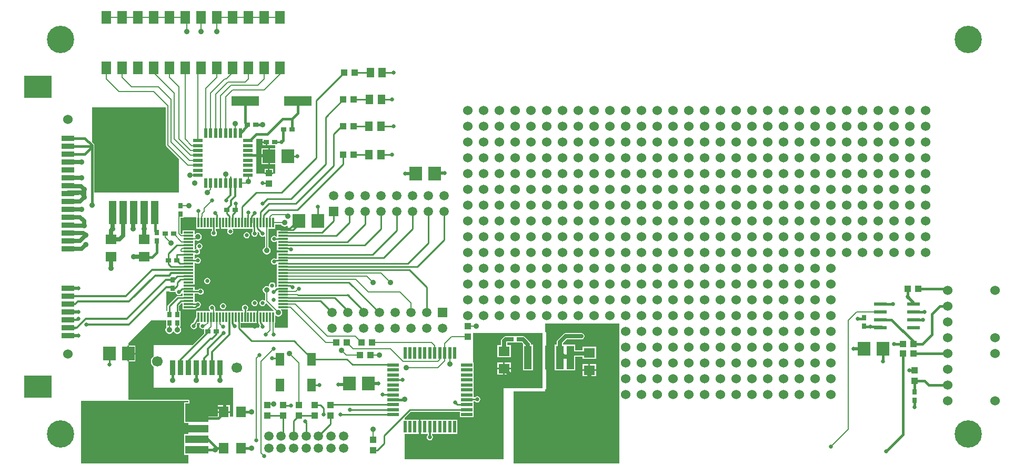
<source format=gtl>
%FSLAX24Y24*%
%MOIN*%
G70*
G01*
G75*
G04 Layer_Physical_Order=1*
G04 Layer_Color=255*
%ADD10R,0.0748X0.0197*%
%ADD11R,0.0197X0.0748*%
%ADD12R,0.0394X0.0433*%
%ADD13R,0.0600X0.0800*%
%ADD14R,0.1772X0.0591*%
%ADD15R,0.0354X0.0276*%
%ADD16R,0.3000X0.2900*%
%ADD17R,0.1500X0.0500*%
%ADD18R,0.0630X0.0709*%
%ADD19R,0.2900X0.3000*%
%ADD20R,0.0500X0.1500*%
%ADD21R,0.0709X0.0630*%
%ADD22R,0.0787X0.0866*%
%ADD23R,0.0276X0.0354*%
%ADD24R,0.0551X0.0787*%
%ADD25R,0.0197X0.0610*%
%ADD26R,0.0197X0.0610*%
%ADD27R,0.0610X0.0197*%
%ADD28R,0.0433X0.0394*%
%ADD29R,0.0512X0.0630*%
%ADD30R,0.0118X0.0630*%
%ADD31R,0.0630X0.0118*%
%ADD32R,0.0354X0.0945*%
%ADD33R,0.0807X0.0236*%
%ADD34R,0.0827X0.0354*%
%ADD35R,0.0827X0.0354*%
%ADD36R,0.1732X0.1441*%
%ADD37C,0.0100*%
%ADD38C,0.0080*%
%ADD39C,0.0200*%
%ADD40C,0.0160*%
%ADD41C,0.0120*%
%ADD42C,0.0250*%
%ADD43C,0.0150*%
%ADD44C,0.0591*%
%ADD45R,0.0591X0.0591*%
%ADD46C,0.0669*%
%ADD47C,0.0600*%
%ADD48C,0.1732*%
%ADD49C,0.1732*%
%ADD50C,0.0250*%
%ADD51C,0.0350*%
G36*
X28609Y45507D02*
X29600D01*
Y45375D01*
X29581Y45363D01*
X29538Y45298D01*
X29523Y45222D01*
X29538Y45146D01*
X29581Y45081D01*
X29646Y45038D01*
X29722Y45023D01*
X29798Y45038D01*
X29863Y45081D01*
X29906Y45146D01*
X29921Y45222D01*
X29906Y45298D01*
X29863Y45363D01*
X29844Y45375D01*
Y45507D01*
X30066D01*
Y45892D01*
X30166D01*
Y45507D01*
X30577D01*
X30601Y45463D01*
X30572Y45420D01*
X30557Y45344D01*
X30572Y45268D01*
X30615Y45204D01*
X30680Y45160D01*
X30756Y45145D01*
X30832Y45160D01*
X30896Y45204D01*
X30940Y45268D01*
X30955Y45344D01*
X30940Y45420D01*
X30896Y45485D01*
X30903Y45507D01*
X32159D01*
Y45340D01*
X32116Y45276D01*
X32101Y45200D01*
X32116Y45124D01*
X32159Y45059D01*
X32224Y45016D01*
X32300Y45001D01*
X32376Y45016D01*
X32441Y45059D01*
X32484Y45124D01*
X32499Y45200D01*
X32484Y45276D01*
X32528Y45299D01*
X32605Y45222D01*
X32601Y45200D01*
X32616Y45124D01*
X32659Y45059D01*
X32724Y45016D01*
X32800Y45001D01*
X32876Y45016D01*
X32912Y45040D01*
X32956Y45017D01*
Y44351D01*
X32892Y44308D01*
X32838Y44227D01*
X32819Y44131D01*
X32838Y44036D01*
X32892Y43955D01*
X32973Y43901D01*
X33068Y43882D01*
X33164Y43901D01*
X33245Y43955D01*
X33299Y44036D01*
X33318Y44131D01*
X33299Y44227D01*
X33245Y44308D01*
X33181Y44351D01*
Y45507D01*
X33591D01*
Y45780D01*
X33988D01*
X34031Y45715D01*
X34112Y45661D01*
X34208Y45642D01*
X34303Y45661D01*
X34356Y45696D01*
X34400Y45673D01*
Y45391D01*
X33707D01*
Y45133D01*
Y45039D01*
X33663Y45015D01*
X33608Y45052D01*
X33531Y45067D01*
X33455Y45052D01*
X33391Y45009D01*
X33348Y44945D01*
X33333Y44868D01*
X33348Y44792D01*
X33391Y44728D01*
X33455Y44685D01*
X33531Y44670D01*
X33608Y44685D01*
X33663Y44722D01*
X33707Y44698D01*
Y44543D01*
Y44346D01*
Y44149D01*
Y44131D01*
X34092D01*
Y44031D01*
X33707D01*
Y43952D01*
Y43755D01*
Y43620D01*
Y43613D01*
X33611D01*
X33608Y43615D01*
X33531Y43630D01*
X33455Y43615D01*
X33391Y43572D01*
X33348Y43508D01*
X33333Y43432D01*
X33348Y43355D01*
X33391Y43291D01*
X33455Y43248D01*
X33531Y43233D01*
X33608Y43248D01*
X33663Y43285D01*
X33707Y43261D01*
Y43165D01*
Y42968D01*
Y42771D01*
Y42574D01*
Y42377D01*
Y42180D01*
Y41984D01*
Y41839D01*
X33672Y41832D01*
X33642Y41812D01*
X33599Y41840D01*
X33615Y41916D01*
X33599Y41992D01*
X33556Y42056D01*
X33492Y42099D01*
X33416Y42115D01*
X33340Y42099D01*
X33275Y42056D01*
X33232Y41992D01*
X33217Y41916D01*
X33225Y41877D01*
X33183Y41850D01*
X33164Y41862D01*
X33068Y41881D01*
X32973Y41862D01*
X32892Y41808D01*
X32838Y41727D01*
X32819Y41631D01*
X32838Y41536D01*
X32892Y41455D01*
X32956Y41412D01*
Y40983D01*
X32912Y40960D01*
X32876Y40984D01*
X32800Y40999D01*
X32724Y40984D01*
X32659Y40941D01*
X32616Y40876D01*
X32601Y40800D01*
X32616Y40724D01*
X32659Y40659D01*
X32724Y40616D01*
X32800Y40601D01*
X32876Y40616D01*
X32941Y40659D01*
X32984Y40724D01*
X32996Y40783D01*
X33043Y40798D01*
X33502Y40339D01*
X33483Y40293D01*
X32528D01*
Y39908D01*
Y39523D01*
X32553D01*
X32562Y39478D01*
X32588Y39439D01*
X32630Y39397D01*
X32616Y39376D01*
X32601Y39300D01*
X32603Y39289D01*
X32572Y39250D01*
X31423D01*
X31419Y39254D01*
Y39523D01*
X32428D01*
Y39908D01*
Y40293D01*
X31832D01*
X31817Y40341D01*
X31831Y40350D01*
X31874Y40414D01*
X31889Y40491D01*
X31874Y40567D01*
X31831Y40631D01*
X31767Y40674D01*
X31691Y40689D01*
X31614Y40674D01*
X31550Y40631D01*
X31507Y40567D01*
X31492Y40491D01*
X31507Y40414D01*
X31550Y40350D01*
X31564Y40341D01*
X31549Y40293D01*
X29812D01*
Y40400D01*
X29804Y40443D01*
X29791Y40462D01*
X29799Y40500D01*
X29784Y40576D01*
X29741Y40641D01*
X29676Y40684D01*
X29600Y40699D01*
X29524Y40684D01*
X29459Y40641D01*
X29416Y40576D01*
X29401Y40500D01*
X29416Y40424D01*
X29459Y40359D01*
X29487Y40341D01*
X29473Y40293D01*
X28609D01*
Y39925D01*
X28411Y39541D01*
X28374Y39534D01*
X28309Y39491D01*
X28266Y39426D01*
X28251Y39350D01*
X28266Y39274D01*
X28309Y39209D01*
X28374Y39166D01*
X28450Y39151D01*
X28526Y39166D01*
X28591Y39209D01*
X28634Y39274D01*
X28649Y39350D01*
X28634Y39426D01*
X28630Y39432D01*
X28677Y39523D01*
X28828D01*
X28852Y39479D01*
X28816Y39426D01*
X28801Y39350D01*
X28816Y39274D01*
X28859Y39209D01*
X28924Y39166D01*
X29000Y39151D01*
X29058Y39163D01*
X29097Y39131D01*
Y38884D01*
X28363Y38150D01*
X25900D01*
Y37426D01*
X25843Y37382D01*
X25778Y37298D01*
X25737Y37199D01*
X25723Y37094D01*
X25737Y36988D01*
X25778Y36890D01*
X25843Y36805D01*
X25900Y36761D01*
Y35450D01*
X30950D01*
Y33600D01*
X30734D01*
Y33850D01*
X29964D01*
Y33600D01*
X27901D01*
Y33830D01*
X27901Y33830D01*
X27901Y33860D01*
X27901Y33860D01*
Y34429D01*
X28100D01*
X28127Y34434D01*
X28150Y34450D01*
X28166Y34473D01*
X28171Y34500D01*
Y34600D01*
X28166Y34627D01*
X28150Y34650D01*
X28127Y34666D01*
X28100Y34671D01*
X24300D01*
Y37097D01*
X24241D01*
Y37600D01*
Y38103D01*
X24300D01*
Y38250D01*
X25750Y39700D01*
X26692D01*
Y39297D01*
X26692D01*
X26692Y39230D01*
X26669Y39196D01*
X26650Y39100D01*
X26669Y39004D01*
X26723Y38923D01*
X26804Y38869D01*
X26900Y38850D01*
X26996Y38869D01*
X27077Y38923D01*
X27125Y38996D01*
X27175D01*
X27223Y38923D01*
X27304Y38869D01*
X27400Y38850D01*
X27496Y38869D01*
X27577Y38923D01*
X27631Y39004D01*
X27650Y39100D01*
X27631Y39196D01*
X27577Y39277D01*
X27583Y39297D01*
X27608D01*
Y39297D01*
Y39773D01*
Y39791D01*
D01*
Y39791D01*
X27608Y39791D01*
Y39791D01*
D01*
Y39793D01*
Y39797D01*
Y39801D01*
X27608Y39809D01*
D01*
Y39809D01*
X27608D01*
Y39827D01*
Y40303D01*
X27522D01*
Y40649D01*
X27677Y40804D01*
X27723Y40785D01*
Y40606D01*
Y40409D01*
X28493D01*
Y40415D01*
X28538D01*
X28585Y40425D01*
X28624Y40451D01*
X28678Y40505D01*
X28700Y40501D01*
X28776Y40516D01*
X28841Y40559D01*
X28884Y40624D01*
X28899Y40700D01*
X28884Y40776D01*
X28841Y40841D01*
X28776Y40884D01*
X28700Y40899D01*
X28624Y40884D01*
X28584Y40857D01*
X28493D01*
Y40864D01*
Y40999D01*
Y41196D01*
Y41393D01*
Y41400D01*
X28725D01*
X28737Y41381D01*
X28802Y41338D01*
X28878Y41323D01*
X28954Y41338D01*
X29019Y41381D01*
X29062Y41446D01*
X29077Y41522D01*
X29062Y41598D01*
X29019Y41663D01*
X28954Y41706D01*
X28878Y41721D01*
X28802Y41706D01*
X28737Y41663D01*
X28725Y41644D01*
X28493D01*
Y41651D01*
Y41787D01*
Y41866D01*
X28108D01*
Y41966D01*
X28493D01*
Y41984D01*
Y42180D01*
Y42377D01*
Y42574D01*
Y42771D01*
Y42968D01*
Y43165D01*
Y43349D01*
X28541Y43364D01*
X28550Y43350D01*
X28614Y43307D01*
X28691Y43292D01*
X28767Y43307D01*
X28831Y43350D01*
X28874Y43414D01*
X28889Y43491D01*
X28874Y43567D01*
X28831Y43631D01*
X28767Y43674D01*
X28691Y43689D01*
X28614Y43674D01*
X28550Y43631D01*
X28541Y43617D01*
X28493Y43632D01*
Y43755D01*
Y43869D01*
X28537Y43893D01*
X28568Y43872D01*
X28644Y43857D01*
X28720Y43872D01*
X28785Y43915D01*
X28828Y43980D01*
X28843Y44056D01*
X28828Y44132D01*
X28796Y44180D01*
X28800Y44201D01*
X28876Y44216D01*
D01*
X28876D01*
X28876Y44216D01*
X28941Y44259D01*
X28984Y44324D01*
X28999Y44400D01*
X28984Y44476D01*
X28941Y44541D01*
X28876Y44584D01*
X28800Y44599D01*
X28724Y44584D01*
X28659Y44541D01*
X28616Y44476D01*
X28601Y44400D01*
X28616Y44324D01*
X28635Y44295D01*
X28616Y44249D01*
X28568Y44240D01*
X28537Y44219D01*
X28493Y44242D01*
Y44346D01*
Y44543D01*
Y44739D01*
Y44756D01*
X28568D01*
X28569Y44756D01*
X28611Y44765D01*
X28615Y44767D01*
X28700Y44750D01*
X28796Y44769D01*
X28877Y44823D01*
X28931Y44904D01*
X28950Y45000D01*
X28931Y45096D01*
X28877Y45177D01*
X28796Y45231D01*
X28700Y45250D01*
X28604Y45231D01*
X28537Y45186D01*
X28493Y45209D01*
Y45391D01*
X27723D01*
Y45201D01*
X27677Y45182D01*
X27612Y45246D01*
Y46197D01*
X27808D01*
Y46250D01*
X28609D01*
Y45507D01*
D02*
G37*
G36*
X26688Y50800D02*
X26688Y50800D01*
X26696Y50757D01*
X26721Y50721D01*
X27500Y49941D01*
Y47800D01*
X22153D01*
Y50800D01*
X22141Y50859D01*
X22108Y50908D01*
X22000Y51016D01*
Y53200D01*
X26688D01*
Y50800D01*
D02*
G37*
G36*
X50550Y35400D02*
X48058D01*
Y30900D01*
X41800D01*
Y32513D01*
X42720D01*
Y32957D01*
Y33401D01*
X41800D01*
Y33527D01*
X42191Y33918D01*
X45299D01*
Y33872D01*
Y33557D01*
X46187D01*
Y33872D01*
Y34187D01*
Y34502D01*
Y34578D01*
X46247D01*
X46259Y34559D01*
X46324Y34516D01*
X46400Y34501D01*
X46476Y34516D01*
X46541Y34559D01*
X46584Y34624D01*
X46599Y34700D01*
X46584Y34776D01*
X46541Y34841D01*
X46476Y34884D01*
X46400Y34899D01*
X46324Y34884D01*
X46259Y34841D01*
X46247Y34822D01*
X46187D01*
Y34839D01*
Y35132D01*
Y35447D01*
Y35761D01*
Y36076D01*
Y36391D01*
Y36706D01*
Y37043D01*
X46148D01*
Y38900D01*
X50550D01*
Y35400D01*
D02*
G37*
G36*
X34400Y39250D02*
X33574D01*
Y39523D01*
X33591D01*
Y39992D01*
X33635Y40015D01*
X33704Y39969D01*
X33800Y39950D01*
X33896Y39969D01*
X33977Y40023D01*
X34031Y40104D01*
X34050Y40200D01*
X34031Y40296D01*
X33977Y40377D01*
X33986Y40409D01*
X34400D01*
Y39250D01*
D02*
G37*
G36*
X26892Y41497D02*
X27302D01*
X27316Y41424D01*
X27359Y41359D01*
X27424Y41316D01*
X27500Y41301D01*
X27576Y41316D01*
X27641Y41359D01*
X27675Y41411D01*
X27723Y41396D01*
Y41393D01*
Y41257D01*
Y41251D01*
X27428D01*
X27382Y41241D01*
X27342Y41215D01*
X26813Y40687D01*
X26787Y40647D01*
X26778Y40600D01*
Y40303D01*
X26700D01*
Y41522D01*
X26892D01*
Y41497D01*
D02*
G37*
G36*
X32797Y51050D02*
X33044D01*
Y51000D01*
X33094D01*
Y50792D01*
X33291D01*
Y50792D01*
X33291D01*
X33291Y50792D01*
X33309D01*
Y50792D01*
X33600D01*
Y50603D01*
X33259D01*
Y50100D01*
Y49597D01*
X33600D01*
Y49000D01*
X33467D01*
Y48985D01*
X32933D01*
Y49000D01*
X32400D01*
Y51200D01*
X32797D01*
Y51050D01*
D02*
G37*
G36*
X28100Y34500D02*
X27830D01*
Y33860D01*
X27830Y33860D01*
X27830Y33830D01*
X27830D01*
Y33190D01*
X28100D01*
Y32490D01*
X27830D01*
Y31850D01*
X27830Y31850D01*
X27830Y31820D01*
X27830D01*
Y31180D01*
X28100D01*
Y30622D01*
X21300D01*
Y34600D01*
X28100D01*
Y34500D01*
D02*
G37*
G36*
X55400Y38500D02*
Y30622D01*
X48700D01*
Y35200D01*
X50700D01*
Y35329D01*
X50727Y35334D01*
X50750Y35350D01*
X50766Y35373D01*
X50771Y35400D01*
Y36530D01*
X50766Y36557D01*
X50750Y36580D01*
X50727Y36596D01*
X50711Y36599D01*
Y38101D01*
X50727Y38104D01*
X50750Y38120D01*
X50766Y38143D01*
X50771Y38170D01*
Y38900D01*
X50766Y38927D01*
X50750Y38950D01*
X50727Y38966D01*
X50700Y38971D01*
Y39500D01*
X55400D01*
Y38500D01*
D02*
G37*
%LPC*%
G36*
X48524Y36599D02*
X48150D01*
Y36264D01*
X48524D01*
Y36599D01*
D02*
G37*
G36*
X48050Y37034D02*
X47676D01*
Y36699D01*
X48050D01*
Y37034D01*
D02*
G37*
G36*
X53924Y36934D02*
X53550D01*
Y36599D01*
X53924D01*
Y36934D01*
D02*
G37*
G36*
X53450D02*
X53076D01*
Y36599D01*
X53450D01*
Y36934D01*
D02*
G37*
G36*
X45143Y33401D02*
X42820D01*
Y32957D01*
Y32513D01*
X43267D01*
Y32446D01*
X43259Y32441D01*
X43216Y32376D01*
X43201Y32300D01*
X43216Y32224D01*
X43259Y32159D01*
X43324Y32116D01*
X43400Y32101D01*
X43476Y32116D01*
X43541Y32159D01*
X43584Y32224D01*
X43599Y32300D01*
X43584Y32376D01*
X43541Y32441D01*
X43533Y32446D01*
Y32513D01*
X45143D01*
Y33401D01*
D02*
G37*
G36*
X30299Y34324D02*
X29964D01*
Y33950D01*
X30299D01*
Y34324D01*
D02*
G37*
G36*
X30734D02*
X30399D01*
Y33950D01*
X30734D01*
Y34324D01*
D02*
G37*
G36*
X53450Y36499D02*
X53076D01*
Y36164D01*
X53450D01*
Y36499D01*
D02*
G37*
G36*
X48050Y36599D02*
X47676D01*
Y36264D01*
X48050D01*
Y36599D01*
D02*
G37*
G36*
X53924Y36499D02*
X53550D01*
Y36164D01*
X53924D01*
Y36499D01*
D02*
G37*
G36*
X48524Y37034D02*
X48150D01*
Y36699D01*
X48524D01*
Y37034D01*
D02*
G37*
G36*
X33467Y49321D02*
X33250D01*
Y49085D01*
X33467D01*
Y49321D01*
D02*
G37*
G36*
X33150D02*
X32933D01*
Y49085D01*
X33150D01*
Y49321D01*
D02*
G37*
G36*
X31800Y45299D02*
X31724Y45284D01*
X31659Y45241D01*
X31616Y45176D01*
X31601Y45100D01*
X31616Y45024D01*
X31659Y44959D01*
X31724Y44916D01*
X31800Y44901D01*
X31876Y44916D01*
X31941Y44959D01*
X31984Y45024D01*
X31999Y45100D01*
X31984Y45176D01*
X31941Y45241D01*
X31876Y45284D01*
X31800Y45299D01*
D02*
G37*
G36*
X32994Y50950D02*
X32797D01*
Y50792D01*
X32994D01*
Y50950D01*
D02*
G37*
G36*
X33159Y50603D02*
X32746D01*
Y50150D01*
X33159D01*
Y50603D01*
D02*
G37*
G36*
Y50050D02*
X32746D01*
Y49597D01*
X33159D01*
Y50050D01*
D02*
G37*
G36*
X29300Y42399D02*
X29224Y42384D01*
X29159Y42341D01*
X29116Y42276D01*
X29101Y42200D01*
X29116Y42124D01*
X29159Y42059D01*
X29224Y42016D01*
X29300Y42001D01*
X29376Y42016D01*
X29441Y42059D01*
X29484Y42124D01*
X29499Y42200D01*
X29484Y42276D01*
X29441Y42341D01*
X29376Y42384D01*
X29300Y42399D01*
D02*
G37*
G36*
X24754Y38103D02*
X24341D01*
Y37650D01*
X24754D01*
Y38103D01*
D02*
G37*
G36*
X53000Y38899D02*
X52000D01*
X51924Y38884D01*
X51859Y38841D01*
X51489Y38471D01*
X51446Y38406D01*
X51431Y38330D01*
Y38170D01*
X51310D01*
Y36530D01*
X51950D01*
Y36530D01*
X51980D01*
X51985Y36530D01*
Y36530D01*
X51985D01*
D01*
D01*
X51985Y36530D01*
D01*
X52620D01*
Y37401D01*
X53076D01*
Y37266D01*
X53924D01*
Y38036D01*
X53076D01*
Y37799D01*
X52620D01*
Y38170D01*
X51985D01*
X51985Y38170D01*
D01*
D01*
X51985Y38170D01*
D01*
X51980Y38170D01*
X51965D01*
X51950D01*
X51945Y38170D01*
Y38170D01*
Y38170D01*
D01*
D01*
D01*
X51829D01*
Y38248D01*
X52082Y38501D01*
X53000D01*
X53076Y38516D01*
X53141Y38559D01*
X53184Y38624D01*
X53199Y38700D01*
X53184Y38776D01*
X53141Y38841D01*
X53076Y38884D01*
X53000Y38899D01*
D02*
G37*
G36*
X24754Y37550D02*
X24341D01*
Y37097D01*
X24754D01*
Y37550D01*
D02*
G37*
G36*
X32300Y40999D02*
X32224Y40984D01*
X32159Y40941D01*
X32116Y40876D01*
X32101Y40800D01*
X32116Y40724D01*
X32159Y40659D01*
X32224Y40616D01*
X32300Y40601D01*
X32376Y40616D01*
X32441Y40659D01*
X32484Y40724D01*
X32499Y40800D01*
X32484Y40876D01*
X32441Y40941D01*
X32376Y40984D01*
X32300Y40999D01*
D02*
G37*
G36*
X30300Y40799D02*
X30224Y40784D01*
X30159Y40741D01*
X30116Y40676D01*
X30101Y40600D01*
X30116Y40524D01*
X30159Y40459D01*
X30224Y40416D01*
X30300Y40401D01*
X30376Y40416D01*
X30441Y40459D01*
X30484Y40524D01*
X30499Y40600D01*
X30484Y40676D01*
X30441Y40741D01*
X30376Y40784D01*
X30300Y40799D01*
D02*
G37*
G36*
X48827Y38708D02*
X48827Y38708D01*
D01*
X48809Y38708D01*
X48800D01*
X48791D01*
X48773Y38708D01*
Y38708D01*
Y38708D01*
D01*
D01*
D01*
X48297D01*
Y38699D01*
X48200D01*
X48124Y38684D01*
X48059Y38641D01*
X48019Y38581D01*
X47959Y38541D01*
X47916Y38476D01*
X47901Y38400D01*
Y38136D01*
X47676D01*
Y37366D01*
X48524D01*
Y38136D01*
X48299D01*
Y38292D01*
X48791D01*
D01*
X48791Y38292D01*
X48791Y38292D01*
Y38292D01*
X48791D01*
X48809D01*
X48827Y38292D01*
Y38292D01*
X48827D01*
D01*
D01*
X48827Y38292D01*
D01*
X49227D01*
X49314Y38205D01*
X49300Y38170D01*
X49300D01*
Y36530D01*
X49940D01*
Y38170D01*
X49819D01*
Y38180D01*
X49804Y38256D01*
X49761Y38321D01*
X49441Y38641D01*
X49376Y38684D01*
X49303Y38698D01*
Y38708D01*
X48827D01*
X48827Y38708D01*
D01*
D01*
D02*
G37*
%LPD*%
D10*
X41057Y36875D02*
D03*
Y36560D02*
D03*
Y36245D02*
D03*
Y35930D02*
D03*
Y35615D02*
D03*
Y35300D02*
D03*
Y34985D02*
D03*
Y34670D02*
D03*
Y34355D02*
D03*
Y34040D02*
D03*
Y33725D02*
D03*
X45743Y36875D02*
D03*
Y36560D02*
D03*
Y36245D02*
D03*
Y35930D02*
D03*
Y35615D02*
D03*
Y35300D02*
D03*
Y34985D02*
D03*
Y34670D02*
D03*
Y34355D02*
D03*
Y34040D02*
D03*
Y33725D02*
D03*
D11*
X41825Y32957D02*
D03*
X42140D02*
D03*
X42455D02*
D03*
X42770D02*
D03*
X43085D02*
D03*
X43400D02*
D03*
X43715D02*
D03*
X44030D02*
D03*
X44345D02*
D03*
X44660D02*
D03*
X44975D02*
D03*
X41825Y37643D02*
D03*
X42140D02*
D03*
X42455D02*
D03*
X42770D02*
D03*
X43085D02*
D03*
X43400D02*
D03*
X43715D02*
D03*
X44030D02*
D03*
X44345D02*
D03*
X44660D02*
D03*
X44975D02*
D03*
D12*
X39800Y31465D02*
D03*
Y32135D02*
D03*
X36100Y34335D02*
D03*
Y33665D02*
D03*
X35100Y33665D02*
D03*
Y34335D02*
D03*
X33200Y48365D02*
D03*
Y49035D02*
D03*
X33100Y34335D02*
D03*
Y33665D02*
D03*
X34100Y34335D02*
D03*
Y33665D02*
D03*
X37100Y34335D02*
D03*
Y33665D02*
D03*
X45800Y38665D02*
D03*
Y39335D02*
D03*
X74100Y36535D02*
D03*
Y35865D02*
D03*
D13*
X33900Y58900D02*
D03*
X32900D02*
D03*
X31900D02*
D03*
X30900D02*
D03*
X29900D02*
D03*
X28900D02*
D03*
X27900D02*
D03*
X26900D02*
D03*
X25900D02*
D03*
X24900D02*
D03*
X23900D02*
D03*
X22900D02*
D03*
Y55700D02*
D03*
X23900D02*
D03*
X24900D02*
D03*
X25900D02*
D03*
X26900D02*
D03*
X27900D02*
D03*
X28900D02*
D03*
X29900D02*
D03*
X30900D02*
D03*
X31900D02*
D03*
X32900D02*
D03*
X33900D02*
D03*
D14*
X35046Y53600D02*
D03*
X31700D02*
D03*
D15*
X34656Y51800D02*
D03*
X34144D02*
D03*
X32356Y52100D02*
D03*
X31844D02*
D03*
X49056Y38500D02*
D03*
X48544D02*
D03*
X33556Y51000D02*
D03*
X33044D02*
D03*
X31056Y46700D02*
D03*
X30544D02*
D03*
X27156Y45200D02*
D03*
X26644D02*
D03*
X26844Y43500D02*
D03*
X27356D02*
D03*
X29344Y39000D02*
D03*
X29856D02*
D03*
D16*
X23800Y32750D02*
D03*
D17*
X28650Y34180D02*
D03*
Y33510D02*
D03*
Y32840D02*
D03*
Y32170D02*
D03*
Y31500D02*
D03*
D18*
X30349Y33900D02*
D03*
X31451D02*
D03*
X30349Y31600D02*
D03*
X31451D02*
D03*
D19*
X51050Y32500D02*
D03*
X24550Y51400D02*
D03*
D20*
X49620Y37350D02*
D03*
X50290D02*
D03*
X50960D02*
D03*
X51630D02*
D03*
X52300D02*
D03*
X25980Y46550D02*
D03*
X25310D02*
D03*
X24640D02*
D03*
X23970D02*
D03*
X23300D02*
D03*
D21*
X48100Y36649D02*
D03*
Y37751D02*
D03*
X53500Y37651D02*
D03*
Y36549D02*
D03*
X25300Y44851D02*
D03*
Y43749D02*
D03*
X23200Y44851D02*
D03*
Y43749D02*
D03*
D22*
X34391Y50100D02*
D03*
X33209D02*
D03*
X23109Y37600D02*
D03*
X24291D02*
D03*
X36291Y46000D02*
D03*
X35109D02*
D03*
X43691Y49000D02*
D03*
X42509D02*
D03*
X39491Y35700D02*
D03*
X38309D02*
D03*
X72091Y37900D02*
D03*
X70909D02*
D03*
D23*
X26100Y45256D02*
D03*
Y44744D02*
D03*
X27600Y46956D02*
D03*
Y46444D02*
D03*
X27100Y42256D02*
D03*
Y41744D02*
D03*
X27400Y39544D02*
D03*
Y40056D02*
D03*
X26900Y40056D02*
D03*
Y39544D02*
D03*
X70900Y39856D02*
D03*
Y39344D02*
D03*
X74100Y35156D02*
D03*
Y34644D02*
D03*
D24*
X33900Y37254D02*
D03*
X35900D02*
D03*
Y35600D02*
D03*
X33900D02*
D03*
D25*
X31402Y51585D02*
D03*
X31087D02*
D03*
X30772D02*
D03*
X30457D02*
D03*
X30143D02*
D03*
X29828D02*
D03*
X29513D02*
D03*
X31402Y48415D02*
D03*
X31087D02*
D03*
X30772D02*
D03*
X30457D02*
D03*
X30143D02*
D03*
X29828D02*
D03*
X29513D02*
D03*
X29198D02*
D03*
D26*
X29198Y51585D02*
D03*
D27*
X31885Y48898D02*
D03*
Y49213D02*
D03*
Y49528D02*
D03*
Y49843D02*
D03*
Y50157D02*
D03*
Y50472D02*
D03*
Y50787D02*
D03*
Y51102D02*
D03*
X28715Y48898D02*
D03*
Y49213D02*
D03*
Y49528D02*
D03*
Y49843D02*
D03*
Y50157D02*
D03*
Y50472D02*
D03*
Y50787D02*
D03*
Y51102D02*
D03*
D28*
X37965Y55400D02*
D03*
X38635D02*
D03*
X37891Y50200D02*
D03*
X38561D02*
D03*
X37891Y52000D02*
D03*
X38561D02*
D03*
X37917Y53700D02*
D03*
X38587D02*
D03*
X39065Y38300D02*
D03*
X39735D02*
D03*
X37465D02*
D03*
X38135D02*
D03*
X38965Y37500D02*
D03*
X39635D02*
D03*
X74335Y41700D02*
D03*
X73665D02*
D03*
X74035Y38200D02*
D03*
X73365D02*
D03*
X73365Y37600D02*
D03*
X74035D02*
D03*
D29*
X39626Y55400D02*
D03*
X40374D02*
D03*
X39552Y50200D02*
D03*
X40300D02*
D03*
X39552Y52000D02*
D03*
X40300D02*
D03*
X39578Y53700D02*
D03*
X40326D02*
D03*
D30*
X33462Y45892D02*
D03*
X33265D02*
D03*
X33068D02*
D03*
X32872D02*
D03*
X32675D02*
D03*
X32478D02*
D03*
X32281D02*
D03*
X32084D02*
D03*
X31887D02*
D03*
X31691D02*
D03*
X31494D02*
D03*
X31297D02*
D03*
X31100D02*
D03*
X30903D02*
D03*
X30706D02*
D03*
X30509D02*
D03*
X30313D02*
D03*
X30116D02*
D03*
X29919D02*
D03*
X29722D02*
D03*
X29525D02*
D03*
X29328D02*
D03*
X29132D02*
D03*
X28935D02*
D03*
X28738D02*
D03*
X33462Y39908D02*
D03*
X33265D02*
D03*
X33068D02*
D03*
X32872D02*
D03*
X32675D02*
D03*
X32478D02*
D03*
X32281D02*
D03*
X32084D02*
D03*
X31887D02*
D03*
X31691D02*
D03*
X31494D02*
D03*
X31297D02*
D03*
X31100D02*
D03*
X30903D02*
D03*
X30706D02*
D03*
X30509D02*
D03*
X30313D02*
D03*
X30116D02*
D03*
X29919D02*
D03*
X29722D02*
D03*
X29525D02*
D03*
X29328D02*
D03*
X29132D02*
D03*
X28935D02*
D03*
X28738D02*
D03*
D31*
X34092Y40538D02*
D03*
Y40735D02*
D03*
Y40932D02*
D03*
Y41128D02*
D03*
Y41325D02*
D03*
Y41522D02*
D03*
Y41719D02*
D03*
Y41916D02*
D03*
Y42113D02*
D03*
Y42309D02*
D03*
Y42506D02*
D03*
Y42703D02*
D03*
Y42900D02*
D03*
Y43097D02*
D03*
Y43294D02*
D03*
Y43491D02*
D03*
Y43687D02*
D03*
Y43884D02*
D03*
Y44081D02*
D03*
Y44278D02*
D03*
Y44475D02*
D03*
Y44672D02*
D03*
Y44868D02*
D03*
Y45065D02*
D03*
Y45262D02*
D03*
X28108Y40538D02*
D03*
Y40735D02*
D03*
Y40932D02*
D03*
Y41128D02*
D03*
Y41325D02*
D03*
Y41522D02*
D03*
Y41719D02*
D03*
Y41916D02*
D03*
Y42113D02*
D03*
Y42309D02*
D03*
Y42506D02*
D03*
Y42703D02*
D03*
Y42900D02*
D03*
Y43097D02*
D03*
Y43294D02*
D03*
Y43491D02*
D03*
Y43687D02*
D03*
Y43884D02*
D03*
Y44081D02*
D03*
Y44278D02*
D03*
Y44475D02*
D03*
Y44672D02*
D03*
Y44868D02*
D03*
Y45065D02*
D03*
Y45262D02*
D03*
D32*
X30100Y36700D02*
D03*
X29600D02*
D03*
X29100D02*
D03*
X28600D02*
D03*
X28100D02*
D03*
X27600D02*
D03*
X27100D02*
D03*
D33*
X74053Y39250D02*
D03*
Y39750D02*
D03*
Y40250D02*
D03*
Y40750D02*
D03*
X71947Y39250D02*
D03*
Y39750D02*
D03*
Y40250D02*
D03*
Y40750D02*
D03*
D34*
X20472Y44250D02*
D03*
Y44750D02*
D03*
Y45250D02*
D03*
Y45750D02*
D03*
Y46250D02*
D03*
Y46750D02*
D03*
Y47250D02*
D03*
Y47750D02*
D03*
Y48250D02*
D03*
Y48750D02*
D03*
Y49250D02*
D03*
Y49750D02*
D03*
Y50250D02*
D03*
Y50750D02*
D03*
Y51250D02*
D03*
D35*
Y41750D02*
D03*
Y41250D02*
D03*
Y40750D02*
D03*
Y40250D02*
D03*
Y39750D02*
D03*
Y39250D02*
D03*
Y38750D02*
D03*
D36*
X18583Y54508D02*
D03*
Y35492D02*
D03*
D37*
X35050Y41300D02*
X38283D01*
X38175Y41325D02*
X39200Y40300D01*
X28300Y44081D02*
X28619D01*
X23109Y36891D02*
Y37600D01*
X36291Y46000D02*
Y46891D01*
X34750Y45450D02*
X34950Y45650D01*
X33950Y45450D02*
X34750D01*
X35000Y46000D02*
X35150D01*
X33900Y45550D02*
X34550D01*
X35000Y46000D01*
X37891Y49591D02*
Y50200D01*
X33200Y46700D02*
X35000D01*
X37891Y49591D01*
X31100Y48415D02*
Y48700D01*
X30772Y48415D02*
Y48815D01*
X31100Y46700D02*
Y47100D01*
X27100Y41744D02*
X27244D01*
X27100Y42256D02*
X27156D01*
X35562Y32387D02*
Y33238D01*
X35500Y33300D02*
X35562Y33238D01*
X45000Y34500D02*
X45145Y34355D01*
X45743D01*
X45700Y34700D02*
X46400D01*
X41057Y35930D02*
X41670D01*
X41043Y35000D02*
X41057Y34985D01*
X40400Y35000D02*
X41043D01*
X33400Y37300D02*
X33900D01*
X33600Y51000D02*
X34000D01*
X32800Y48400D02*
X33200D01*
X34391Y50100D02*
X35000D01*
X40300Y50200D02*
X41000D01*
X40300Y52000D02*
X41100D01*
X40326Y53700D02*
X41000D01*
X40374Y55400D02*
X41100D01*
X36800Y52583D02*
X37917Y53700D01*
X36800Y49600D02*
Y52583D01*
X34600Y47400D02*
X36800Y49600D01*
X33100Y47400D02*
X34600D01*
X32800Y47100D02*
X33100Y47400D01*
X32478Y45522D02*
X32800Y45200D01*
X32478Y45522D02*
Y45892D01*
X32675D02*
Y46575D01*
X33200Y47100D01*
X34900D01*
X37300Y49500D01*
Y51500D01*
X37800Y52000D01*
X37891D01*
X32872Y46372D02*
X33200Y46700D01*
X32872Y45892D02*
Y46372D01*
X36200Y53635D02*
X37965Y55400D01*
X36200Y50000D02*
Y53635D01*
X34000Y47800D02*
X36200Y50000D01*
X32400Y47800D02*
X34000D01*
X31494Y46894D02*
X32400Y47800D01*
X31494Y45892D02*
Y46894D01*
X38700Y55400D02*
X39626D01*
X38561Y50200D02*
X39552D01*
X38626Y52000D02*
X39552D01*
X38452Y53700D02*
X39578D01*
X39800Y31465D02*
X40065D01*
X40500Y31900D01*
Y32400D01*
X42140Y34040D01*
X45743D01*
X38500Y36900D02*
X41100D01*
X34800Y38400D02*
X35946Y37254D01*
X31297Y39203D02*
Y39908D01*
Y39203D02*
X32100Y38400D01*
X34800D01*
X35946Y37254D02*
X38146D01*
X38500Y36900D01*
X35900Y35600D02*
X36400D01*
X36100Y34335D02*
X36465D01*
X36675Y34125D01*
Y33725D02*
Y34125D01*
X37725Y33725D02*
X41057D01*
X34100Y34335D02*
X34135Y34300D01*
X34600D01*
X38340Y34040D02*
X41057D01*
X37120Y34355D02*
X41057D01*
X33065Y33665D02*
X34100D01*
X33987Y32387D02*
X34100Y32500D01*
Y33665D01*
X34775Y32525D02*
Y33340D01*
X35100Y33665D01*
X36100D01*
X37100Y33138D02*
Y33665D01*
X36350Y32387D02*
X37100Y33138D01*
X31691Y39908D02*
Y40491D01*
X32675Y39525D02*
Y39908D01*
Y39525D02*
X32800Y39400D01*
X32300Y39300D02*
X32478Y39478D01*
Y39908D01*
X33500Y41500D02*
X33719Y41719D01*
X34092D01*
X33400Y41900D02*
X33416Y41916D01*
X34092D02*
X34584D01*
X34600Y41900D01*
X33531Y43432D02*
X33591Y43491D01*
X34092D01*
X33500Y43900D02*
X33681Y44081D01*
X34092D01*
X34522Y44278D02*
X34600Y44200D01*
X34092Y44278D02*
X34522D01*
X33531Y44868D02*
X34092D01*
X31887Y45892D02*
Y46413D01*
X32281Y45219D02*
Y45892D01*
X32100Y46300D02*
X32300Y46500D01*
X32100Y45900D02*
Y46300D01*
X30116Y45484D02*
X30200Y45400D01*
X30116Y45484D02*
Y45892D01*
X29722Y45222D02*
Y45892D01*
X29800Y46500D02*
X29919Y46381D01*
Y45892D02*
Y46381D01*
X28619Y44081D02*
X28644Y44056D01*
X28108Y43491D02*
X28691D01*
X28100Y41900D02*
X28600D01*
X28108Y41522D02*
X28878D01*
X27500Y41500D02*
X27719Y41719D01*
X28108D01*
X28450Y39350D02*
X28738Y39908D01*
X28108Y40735D02*
X28665D01*
X28538Y40538D02*
X28700Y40700D01*
X28108Y40538D02*
X28538D01*
X34092Y40932D02*
X36469D01*
X37200Y40200D01*
X34092Y41128D02*
X37372D01*
X38200Y40300D01*
X39200Y40200D02*
Y40300D01*
X38287Y42113D02*
X40200Y40200D01*
X34092Y42113D02*
X38287D01*
X43200Y40200D02*
Y41800D01*
X42100Y42900D02*
X43200Y41800D01*
X34092Y42900D02*
X42100D01*
X34092Y45262D02*
X36562D01*
X37300Y46000D02*
Y46600D01*
X36562Y45262D02*
X37300Y46000D01*
X38300Y45900D02*
Y46600D01*
X37465Y45065D02*
X38300Y45900D01*
X34092Y45065D02*
X37465D01*
X39300Y45800D02*
Y46600D01*
X38172Y44672D02*
X39300Y45800D01*
X34092Y44672D02*
X38172D01*
X40300Y45500D02*
Y46600D01*
X39275Y44475D02*
X40300Y45500D01*
X34092Y44475D02*
X39275D01*
X41300Y45400D02*
Y46600D01*
X39784Y43884D02*
X41300Y45400D01*
X34092Y43884D02*
X39784D01*
X42300Y45500D02*
Y46600D01*
X40487Y43687D02*
X42300Y45500D01*
X34092Y43687D02*
X40487D01*
X34092Y43294D02*
X41994D01*
X43300Y44600D01*
Y46600D01*
X44300Y44800D02*
Y46600D01*
X42597Y43097D02*
X44300Y44800D01*
X34092Y43097D02*
X42597D01*
X31056Y46556D02*
Y46844D01*
X30544Y46456D02*
Y46700D01*
Y46456D02*
X30706Y46294D01*
Y45892D02*
Y46294D01*
X30903Y46403D02*
X31056Y46556D01*
X30903Y45892D02*
Y46403D01*
X26844Y43256D02*
Y43944D01*
X27375Y44475D01*
X28108D01*
X27356Y43500D02*
Y43856D01*
X27384Y43884D01*
X28108D01*
X27356Y43500D02*
X27562Y43294D01*
X28108D01*
X26844Y43256D02*
X27003Y43097D01*
X28108D01*
X26900Y40056D02*
Y40600D01*
X27400Y40056D02*
Y40700D01*
X27631Y40932D01*
X28108D01*
X26900Y40600D02*
X27428Y41128D01*
X28108D01*
X27244Y41744D02*
X27400Y41900D01*
Y42100D01*
X27609Y42309D01*
X28108D01*
X27156Y42256D02*
X27406Y42506D01*
X28108D01*
D38*
X34000Y41350D02*
X35000D01*
X35050Y41300D01*
X34922Y41522D02*
X35100Y41700D01*
X34092Y41522D02*
X34922D01*
X27669Y44081D02*
X28300D01*
X27650Y44100D02*
Y44200D01*
Y44100D02*
X27669Y44081D01*
X27650Y44200D02*
X27728Y44278D01*
X28108D01*
X29100Y36700D02*
Y37100D01*
X29600Y36700D02*
Y37100D01*
X33462Y38838D02*
Y39908D01*
Y38838D02*
X33500Y38800D01*
X33265Y39065D02*
Y39908D01*
X33000Y38800D02*
X33265Y39065D01*
X32700Y37100D02*
X33500Y37900D01*
X32700Y31300D02*
Y37100D01*
Y31300D02*
X32900Y31100D01*
X32400Y37300D02*
X32600Y37500D01*
X32400Y32100D02*
Y37300D01*
X68800Y31700D02*
X69900Y32800D01*
Y39700D01*
X70450Y40250D01*
X71947D01*
X29525Y39300D02*
Y39908D01*
X29344Y39119D02*
X29525Y39300D01*
X29100Y39400D02*
X29188D01*
X29328Y39540D01*
Y39908D01*
X29700Y39900D02*
Y40400D01*
X29600Y40500D02*
X29700Y40400D01*
X30116Y39484D02*
X30300Y39300D01*
X30116Y39484D02*
Y39908D01*
X28569Y44868D02*
X28700Y45000D01*
X28108Y44868D02*
X28569D01*
X26644Y44956D02*
X27000Y44600D01*
X26644Y44956D02*
Y45200D01*
X27156D02*
X27684Y44672D01*
X28108D01*
X27600Y46956D02*
X28144D01*
X27500Y45200D02*
Y46344D01*
Y45200D02*
X27635Y45065D01*
X28108D01*
X26900Y39100D02*
Y39600D01*
X27400Y39100D02*
Y39500D01*
X45800Y39335D02*
X46335D01*
X44345Y37145D02*
Y38245D01*
X44765Y38665D02*
X45800D01*
X44345Y38245D02*
X44765Y38665D01*
X34092Y42703D02*
X40297D01*
X40900Y42100D01*
X34092Y42506D02*
X39394D01*
X39800Y42100D01*
X41500Y41500D02*
X42200Y40800D01*
X38700Y42309D02*
X39509Y41500D01*
X34092Y42309D02*
X38700D01*
X39509Y41500D02*
X41500D01*
X42200Y40200D02*
Y40800D01*
X44660Y36940D02*
Y37643D01*
X28935Y45892D02*
Y46289D01*
X28963Y46317D01*
Y46463D01*
X29100Y46600D01*
Y46800D01*
X29600Y47300D01*
X37800Y37800D02*
X38100Y37500D01*
X38965D01*
X39635D02*
X40200D01*
X41900Y36700D02*
X43900D01*
X44345Y37145D01*
X38135Y38300D02*
X38535Y37900D01*
X40900D01*
X41700Y37100D01*
X43900D01*
X44030Y37230D01*
Y37643D01*
X39735Y38300D02*
X43500D01*
X43700Y38100D01*
Y37700D02*
Y38100D01*
X34092Y40538D02*
X34562D01*
X36800Y38300D01*
X37465D01*
X34092Y40735D02*
X34865D01*
X36900Y38700D01*
X38665D01*
X39065Y38300D01*
X29300Y47800D02*
X29513Y48013D01*
Y48415D01*
X30457D02*
Y48957D01*
X33100Y34335D02*
X33165Y34400D01*
X33500D01*
X33068Y40932D02*
X33800Y40200D01*
X33068Y40932D02*
Y41631D01*
Y44131D02*
Y45892D01*
X33265D02*
Y46265D01*
X33400Y46400D01*
X34300D01*
X34400Y46300D01*
X33462Y45892D02*
X34208D01*
X28738D02*
Y46638D01*
X39800Y32135D02*
Y32800D01*
X34500Y37600D02*
X35100Y37000D01*
Y34335D02*
Y37000D01*
X28200Y48900D02*
X28700D01*
X31087Y51585D02*
Y52187D01*
X31400Y48400D02*
X31800D01*
X31900Y48500D02*
Y48900D01*
X22900Y58900D02*
X28000D01*
Y58000D02*
Y58900D01*
X28900Y58000D02*
Y58900D01*
X30100D02*
X33900D01*
X29900Y58000D02*
Y58700D01*
X30100Y58900D01*
X28072Y49528D02*
X28715D01*
X26800Y50800D02*
X28072Y49528D01*
X22900Y55000D02*
Y55700D01*
Y55000D02*
X23700Y54200D01*
X25900D01*
X26800Y53300D01*
Y50800D02*
Y53300D01*
X27000Y51000D02*
X28157Y49843D01*
X23900Y55100D02*
Y55700D01*
Y55100D02*
X24500Y54500D01*
X26200D01*
X27000Y53700D01*
Y51000D02*
Y53700D01*
X28157Y49843D02*
X28715D01*
X25900Y55800D02*
X26000Y55700D01*
Y55300D02*
Y55700D01*
Y55300D02*
X27200Y54100D01*
Y51200D02*
Y54100D01*
Y51200D02*
X28243Y50157D01*
X28715D01*
X26900Y55100D02*
Y55700D01*
Y55100D02*
X27500Y54500D01*
Y51200D02*
Y54500D01*
Y51200D02*
X28228Y50472D01*
X28715D01*
X27900Y51200D02*
Y55700D01*
Y51200D02*
X28313Y50787D01*
X28715D01*
Y55515D02*
X28900Y55700D01*
X28715Y51102D02*
Y55515D01*
X29198Y51585D02*
Y54398D01*
X29900Y55100D01*
Y55700D01*
X30900Y55400D02*
Y55700D01*
X30500Y55000D02*
X30900Y55400D01*
X30400Y55000D02*
X30500D01*
X29513Y54113D02*
X30400Y55000D01*
X29513Y51585D02*
Y54113D01*
X29828Y51585D02*
Y54028D01*
X30600Y54800D01*
X31700D01*
X31900Y55000D01*
Y55700D01*
X32900Y55000D02*
Y55700D01*
X32500Y54600D02*
X32900Y55000D01*
X30800Y54600D02*
X32500D01*
X30143Y53943D02*
X30800Y54600D01*
X30143Y51585D02*
Y53943D01*
X30457Y51585D02*
Y53857D01*
X30900Y54300D01*
X32900D01*
X33900Y55300D01*
Y55700D01*
X29919Y39019D02*
Y39908D01*
D39*
X70250Y37900D02*
X70909D01*
X73665Y41200D02*
X74053Y40812D01*
Y40750D02*
Y40812D01*
X37600Y35650D02*
X38350D01*
X39491Y35700D02*
X40150D01*
X41850Y49000D02*
X42509D01*
X43700Y49050D02*
X44350D01*
X20472Y38750D02*
X21150D01*
X20472Y46250D02*
X21150D01*
X20472Y44750D02*
X21150D01*
X20472Y47750D02*
X21150D01*
X20472Y48250D02*
X21150D01*
X20472Y47250D02*
X21150D01*
X20472Y45750D02*
X21150D01*
X20472Y49750D02*
X21150D01*
X20472Y48750D02*
X21150D01*
X20472Y45250D02*
X21150D01*
X20472Y46750D02*
X21150D01*
X20472Y44250D02*
X21150D01*
X20472Y41750D02*
X21150D01*
X20472Y40250D02*
X21150D01*
D40*
X73665Y41138D02*
Y41700D01*
X22000Y47000D02*
Y50800D01*
X21550Y50250D02*
X22000Y50700D01*
X72300Y31400D02*
X73365Y32465D01*
Y37600D01*
X71947Y40750D02*
X72750D01*
X70500Y39800D02*
X70900D01*
X70944Y39300D02*
X72000D01*
X70900Y39344D02*
X70944Y39300D01*
X72091Y37109D02*
Y37900D01*
X74100Y34200D02*
Y34644D01*
Y35156D02*
Y35900D01*
Y35865D02*
X74735D01*
X75000Y35600D01*
X76200D01*
X73765Y36535D02*
X74100D01*
X74035Y37600D02*
X76200D01*
X72800Y38200D02*
X73365D01*
X72650Y39750D02*
X74035Y38365D01*
X71947Y39750D02*
X72650D01*
X74035Y38200D02*
X74600D01*
X75200Y38800D01*
Y40100D01*
X75700Y40600D01*
X76200D01*
X74053Y39750D02*
X74650D01*
X74053Y40250D02*
X74750D01*
X76000Y41700D02*
X76200Y41500D01*
X74335Y41700D02*
X76000D01*
X32400Y51500D02*
X33100D01*
X31885Y51102D02*
X32002D01*
X32400Y51500D01*
X33100D02*
X34056Y52456D01*
X34656D01*
Y51800D02*
Y52456D01*
X35046Y52846D01*
Y53600D01*
X34100Y51100D02*
Y51800D01*
X34000Y51000D02*
X34100Y51100D01*
X32356Y52100D02*
X32800D01*
X31402Y51585D02*
X31844Y52026D01*
Y52100D01*
X31700Y52244D02*
X31844Y52100D01*
X31700Y52244D02*
Y53600D01*
X23800Y32800D02*
X25700D01*
X30400Y33900D02*
Y34800D01*
X30342Y33900D02*
X30400D01*
X30062Y34180D02*
X30342Y33900D01*
X28650Y34180D02*
X30062D01*
X30000Y33500D02*
X30400Y33900D01*
X28600Y33500D02*
X30000D01*
X31400Y33900D02*
X32100D01*
X31451Y31600D02*
X32100D01*
X29300Y32200D02*
X29900Y31600D01*
X30300D01*
X28600Y31500D02*
X29800D01*
X27600Y32800D02*
X28700D01*
X27100Y35900D02*
Y36700D01*
X28600Y35900D02*
Y36800D01*
X30100Y35900D02*
Y36700D01*
X24550Y49550D02*
Y51400D01*
X20472Y50750D02*
X21950D01*
X21550Y51250D02*
X22000Y50800D01*
X20472Y50250D02*
X21550D01*
X25249Y43700D02*
X25800D01*
X26100Y44000D01*
Y44744D01*
X26000Y45356D02*
X26100Y45256D01*
X26000Y45356D02*
Y46500D01*
X20472Y51250D02*
X21550D01*
X41057Y34670D02*
X41770D01*
X41800Y34700D01*
X20472Y39250D02*
X20900D01*
D41*
X42770Y32370D02*
Y32957D01*
X43400Y32300D02*
Y32957D01*
X29100Y36800D02*
Y37300D01*
X29350Y37550D01*
Y37900D01*
X30350Y38900D01*
X30903Y39497D02*
X31050Y39350D01*
X30903Y39497D02*
Y39908D01*
X30706Y38806D02*
Y39908D01*
X29600Y37700D02*
X30706Y38806D01*
X29600Y36850D02*
Y37700D01*
X28100Y37150D02*
X29500Y38550D01*
X29600D01*
X28100Y36700D02*
Y37150D01*
X27600Y37200D02*
X29344Y38944D01*
X27600Y36700D02*
Y37200D01*
X29344Y38944D02*
Y39000D01*
X29856Y38806D02*
Y39000D01*
X29600Y38550D02*
X29856Y38806D01*
X30800Y47000D02*
Y47300D01*
X30544Y46744D02*
X30800Y47000D01*
X30544Y46700D02*
Y46744D01*
X30800Y47300D02*
X31087Y47587D01*
Y48415D01*
X30500Y47378D02*
X30772Y47650D01*
X30500Y47300D02*
Y47378D01*
X30772Y47650D02*
Y48415D01*
X24350Y39450D02*
X26700Y41800D01*
X20350Y39750D02*
X21100D01*
X26700Y41800D02*
X27100D01*
X21650Y39450D02*
X24350D01*
X21100Y39750D02*
X21150Y39800D01*
X20350Y39250D02*
X21050D01*
X21600Y39800D01*
X24200D01*
X26656Y42256D01*
X27100D01*
X26000Y42550D02*
X26900D01*
X21100Y40900D02*
X24350D01*
X26000Y42550D01*
X20950Y40750D02*
X21100Y40900D01*
X20472Y40750D02*
X20950D01*
X27003Y42703D02*
X28108D01*
X26900Y42550D02*
X27003Y42703D01*
X25800Y42900D02*
X28108D01*
X24150Y41250D02*
X25800Y42900D01*
X20472Y41250D02*
X24150D01*
D42*
X24651Y43749D02*
X25300D01*
X21500Y45700D02*
Y46000D01*
X21250Y46250D02*
X21500Y46000D01*
X20600Y46250D02*
X21250D01*
Y44750D02*
X21600Y45100D01*
X20800Y44750D02*
X21250D01*
X25300Y44900D02*
Y46600D01*
X24600Y45500D02*
Y46600D01*
X23200Y43000D02*
Y43749D01*
Y45400D02*
X23300Y45500D01*
X23200Y44851D02*
Y45400D01*
X23300Y45500D02*
Y46550D01*
X23200Y44851D02*
X23751D01*
X23970Y45070D01*
Y46550D01*
X21300Y47800D02*
X21500Y47600D01*
Y48000D01*
X20500Y47800D02*
X21300D01*
Y48200D02*
X21500Y48000D01*
X20500Y48200D02*
X21300D01*
X21250Y47250D02*
X21500Y47500D01*
X20700Y47250D02*
X21250D01*
X21350Y44250D02*
X21600Y44500D01*
X20472Y44250D02*
X21350D01*
X21450Y45250D02*
X21600Y45100D01*
X20472Y45250D02*
X21450D01*
X20500Y45700D02*
X21500D01*
X20472Y46750D02*
X21350D01*
X20472Y48750D02*
X21350D01*
X20472Y49750D02*
X21350D01*
X51900Y37400D02*
X52400D01*
X51630Y37350D02*
Y38330D01*
X51800Y37500D02*
X51900Y37400D01*
X51700D02*
X51800Y37500D01*
X50300Y36200D02*
Y37500D01*
X48100Y36649D02*
X48949Y35800D01*
X49900D01*
X50300Y36200D01*
X49056Y38500D02*
X49300D01*
X49620Y38180D01*
Y37350D02*
Y38180D01*
X48100Y37700D02*
Y38400D01*
X48200Y38500D02*
X48544D01*
X50900Y37300D02*
Y38300D01*
X53500Y35900D02*
Y36549D01*
X52400Y37600D02*
X53500D01*
X52000Y38700D02*
X53000D01*
X51630Y38330D02*
X52000Y38700D01*
D43*
X33152Y50157D02*
X33209Y50100D01*
X31885Y50157D02*
X33152D01*
D44*
X33200Y31600D02*
D03*
Y32387D02*
D03*
X33987Y31600D02*
D03*
Y32387D02*
D03*
X34775Y31600D02*
D03*
Y32387D02*
D03*
X35562Y31600D02*
D03*
Y32387D02*
D03*
X36350Y31600D02*
D03*
Y32387D02*
D03*
X37150Y31600D02*
D03*
X37137Y32387D02*
D03*
X37924Y31600D02*
D03*
Y32387D02*
D03*
X37300Y47600D02*
D03*
X38300Y46600D02*
D03*
Y47600D02*
D03*
X39300Y46600D02*
D03*
Y47600D02*
D03*
X40300Y46600D02*
D03*
Y47600D02*
D03*
X41300Y46600D02*
D03*
Y47600D02*
D03*
X42300Y46600D02*
D03*
Y47600D02*
D03*
X43300Y46600D02*
D03*
Y47600D02*
D03*
X44300Y46600D02*
D03*
Y47600D02*
D03*
X44200Y39200D02*
D03*
X43200Y40200D02*
D03*
Y39200D02*
D03*
X42200Y40200D02*
D03*
Y39200D02*
D03*
X41200Y40200D02*
D03*
Y39200D02*
D03*
X40200Y40200D02*
D03*
Y39200D02*
D03*
X39200Y40200D02*
D03*
Y39200D02*
D03*
X38200Y40200D02*
D03*
Y39200D02*
D03*
X37200Y40200D02*
D03*
Y39200D02*
D03*
D45*
X37300Y46600D02*
D03*
X44200Y40200D02*
D03*
D46*
X31183Y36700D02*
D03*
X26131Y37094D02*
D03*
D47*
X79200Y38600D02*
D03*
Y41600D02*
D03*
X76200Y38600D02*
D03*
Y39600D02*
D03*
Y41600D02*
D03*
Y40600D02*
D03*
X79200Y34600D02*
D03*
Y37600D02*
D03*
X76200Y34600D02*
D03*
Y35600D02*
D03*
Y37600D02*
D03*
Y36600D02*
D03*
X20472Y52427D02*
D03*
Y37573D02*
D03*
X68800Y39000D02*
D03*
X67800D02*
D03*
X66800D02*
D03*
X65800D02*
D03*
X64800D02*
D03*
X63800D02*
D03*
X62800D02*
D03*
X61800D02*
D03*
X60800D02*
D03*
X59800D02*
D03*
X58800D02*
D03*
X57800D02*
D03*
X56800D02*
D03*
X55800D02*
D03*
X68800Y38000D02*
D03*
X67800D02*
D03*
X66800D02*
D03*
X65800D02*
D03*
X64800D02*
D03*
X63800D02*
D03*
X62800D02*
D03*
X61800D02*
D03*
X60800D02*
D03*
X59800D02*
D03*
X58800D02*
D03*
X57800D02*
D03*
X56800D02*
D03*
X55800D02*
D03*
X68800Y37000D02*
D03*
X67800D02*
D03*
X66800D02*
D03*
X65800D02*
D03*
X64800D02*
D03*
X63800D02*
D03*
X62800D02*
D03*
X61800D02*
D03*
X60800D02*
D03*
X59800D02*
D03*
X58800D02*
D03*
X57800D02*
D03*
X56800D02*
D03*
X55800D02*
D03*
X68800Y36000D02*
D03*
X67800D02*
D03*
X66800D02*
D03*
X65800D02*
D03*
X64800D02*
D03*
X63800D02*
D03*
X62800D02*
D03*
X61800D02*
D03*
X60800D02*
D03*
X59800D02*
D03*
X58800D02*
D03*
X57800D02*
D03*
X56800D02*
D03*
X55800D02*
D03*
X68800Y35000D02*
D03*
X67800D02*
D03*
X66800D02*
D03*
X65800D02*
D03*
X64800D02*
D03*
X63800D02*
D03*
X62800D02*
D03*
X61800D02*
D03*
X60800D02*
D03*
X59800D02*
D03*
X58800D02*
D03*
X57800D02*
D03*
X56800D02*
D03*
X55800D02*
D03*
X46800Y53000D02*
D03*
X45800D02*
D03*
X46800Y52000D02*
D03*
X45800D02*
D03*
X46800Y51000D02*
D03*
X45800D02*
D03*
X46800Y50000D02*
D03*
X45800D02*
D03*
X46800Y49000D02*
D03*
X45800D02*
D03*
X46800Y48000D02*
D03*
X45800D02*
D03*
X46800Y47000D02*
D03*
X45800D02*
D03*
X46800Y46000D02*
D03*
X45800D02*
D03*
X46800Y45000D02*
D03*
X45800D02*
D03*
X46800Y44000D02*
D03*
X45800D02*
D03*
X46800Y43000D02*
D03*
X45800D02*
D03*
X46800Y42000D02*
D03*
X45800D02*
D03*
X46800Y41000D02*
D03*
X45800D02*
D03*
X46800Y40000D02*
D03*
X45800D02*
D03*
X47800D02*
D03*
X48800D02*
D03*
X49800D02*
D03*
X50800D02*
D03*
X51800D02*
D03*
X52800D02*
D03*
X53800D02*
D03*
X54800D02*
D03*
X55800D02*
D03*
X56800D02*
D03*
X57800D02*
D03*
X58800D02*
D03*
X59800D02*
D03*
X60800D02*
D03*
X61800D02*
D03*
X62800D02*
D03*
X63800D02*
D03*
X64800D02*
D03*
X65800D02*
D03*
X66800D02*
D03*
X67800D02*
D03*
X68800D02*
D03*
X47800Y41000D02*
D03*
X48800D02*
D03*
X49800D02*
D03*
X50800D02*
D03*
X51800D02*
D03*
X52800D02*
D03*
X53800D02*
D03*
X54800D02*
D03*
X55800D02*
D03*
X56800D02*
D03*
X57800D02*
D03*
X58800D02*
D03*
X59800D02*
D03*
X60800D02*
D03*
X61800D02*
D03*
X62800D02*
D03*
X63800D02*
D03*
X64800D02*
D03*
X65800D02*
D03*
X66800D02*
D03*
X67800D02*
D03*
X68800D02*
D03*
X47800Y42000D02*
D03*
X48800D02*
D03*
X49800D02*
D03*
X50800D02*
D03*
X51800D02*
D03*
X52800D02*
D03*
X53800D02*
D03*
X54800D02*
D03*
X55800D02*
D03*
X56800D02*
D03*
X57800D02*
D03*
X58800D02*
D03*
X59800D02*
D03*
X60800D02*
D03*
X61800D02*
D03*
X62800D02*
D03*
X63800D02*
D03*
X64800D02*
D03*
X65800D02*
D03*
X66800D02*
D03*
X67800D02*
D03*
X68800D02*
D03*
X47800Y43000D02*
D03*
X48800D02*
D03*
X49800D02*
D03*
X50800D02*
D03*
X51800D02*
D03*
X52800D02*
D03*
X53800D02*
D03*
X54800D02*
D03*
X55800D02*
D03*
X56800D02*
D03*
X57800D02*
D03*
X58800D02*
D03*
X59800D02*
D03*
X60800D02*
D03*
X61800D02*
D03*
X62800D02*
D03*
X63800D02*
D03*
X64800D02*
D03*
X65800D02*
D03*
X66800D02*
D03*
X67800D02*
D03*
X68800D02*
D03*
X47800Y44000D02*
D03*
X48800D02*
D03*
X49800D02*
D03*
X50800D02*
D03*
X51800D02*
D03*
X52800D02*
D03*
X53800D02*
D03*
X54800D02*
D03*
X55800D02*
D03*
X56800D02*
D03*
X57800D02*
D03*
X58800D02*
D03*
X59800D02*
D03*
X60800D02*
D03*
X61800D02*
D03*
X62800D02*
D03*
X63800D02*
D03*
X64800D02*
D03*
X65800D02*
D03*
X66800D02*
D03*
X67800D02*
D03*
X68800D02*
D03*
X69800D02*
D03*
X70800D02*
D03*
X71800D02*
D03*
X72800D02*
D03*
X73800D02*
D03*
X74800D02*
D03*
X47800Y45000D02*
D03*
X48800D02*
D03*
X49800D02*
D03*
X50800D02*
D03*
X51800D02*
D03*
X52800D02*
D03*
X53800D02*
D03*
X54800D02*
D03*
X55800D02*
D03*
X56800D02*
D03*
X57800D02*
D03*
X58800D02*
D03*
X59800D02*
D03*
X60800D02*
D03*
X61800D02*
D03*
X62800D02*
D03*
X63800D02*
D03*
X64800D02*
D03*
X65800D02*
D03*
X66800D02*
D03*
X67800D02*
D03*
X68800D02*
D03*
X69800D02*
D03*
X70800D02*
D03*
X71800D02*
D03*
X72800D02*
D03*
X73800D02*
D03*
X74800D02*
D03*
X47800Y46000D02*
D03*
X48800D02*
D03*
X49800D02*
D03*
X50800D02*
D03*
X51800D02*
D03*
X52800D02*
D03*
X53800D02*
D03*
X54800D02*
D03*
X55800D02*
D03*
X56800D02*
D03*
X57800D02*
D03*
X58800D02*
D03*
X59800D02*
D03*
X60800D02*
D03*
X61800D02*
D03*
X62800D02*
D03*
X63800D02*
D03*
X64800D02*
D03*
X65800D02*
D03*
X66800D02*
D03*
X67800D02*
D03*
X68800D02*
D03*
X69800D02*
D03*
X70800D02*
D03*
X71800D02*
D03*
X72800D02*
D03*
X73800D02*
D03*
X74800D02*
D03*
X47800Y47000D02*
D03*
X48800D02*
D03*
X49800D02*
D03*
X50800D02*
D03*
X51800D02*
D03*
X52800D02*
D03*
X53800D02*
D03*
X54800D02*
D03*
X55800D02*
D03*
X56800D02*
D03*
X57800D02*
D03*
X58800D02*
D03*
X59800D02*
D03*
X60800D02*
D03*
X61800D02*
D03*
X62800D02*
D03*
X63800D02*
D03*
X64800D02*
D03*
X65800D02*
D03*
X66800D02*
D03*
X67800D02*
D03*
X68800D02*
D03*
X69800D02*
D03*
X70800D02*
D03*
X71800D02*
D03*
X72800D02*
D03*
X73800D02*
D03*
X74800D02*
D03*
X47800Y48000D02*
D03*
X48800D02*
D03*
X49800D02*
D03*
X50800D02*
D03*
X51800D02*
D03*
X52800D02*
D03*
X53800D02*
D03*
X54800D02*
D03*
X55800D02*
D03*
X56800D02*
D03*
X57800D02*
D03*
X58800D02*
D03*
X59800D02*
D03*
X60800D02*
D03*
X61800D02*
D03*
X62800D02*
D03*
X63800D02*
D03*
X64800D02*
D03*
X65800D02*
D03*
X66800D02*
D03*
X67800D02*
D03*
X68800D02*
D03*
X69800D02*
D03*
X70800D02*
D03*
X71800D02*
D03*
X72800D02*
D03*
X73800D02*
D03*
X74800D02*
D03*
X47800Y49000D02*
D03*
X48800D02*
D03*
X49800D02*
D03*
X50800D02*
D03*
X51800D02*
D03*
X52800D02*
D03*
X53800D02*
D03*
X54800D02*
D03*
X55800D02*
D03*
X56800D02*
D03*
X57800D02*
D03*
X58800D02*
D03*
X59800D02*
D03*
X60800D02*
D03*
X61800D02*
D03*
X62800D02*
D03*
X63800D02*
D03*
X64800D02*
D03*
X65800D02*
D03*
X66800D02*
D03*
X67800D02*
D03*
X68800D02*
D03*
X69800D02*
D03*
X70800D02*
D03*
X71800D02*
D03*
X72800D02*
D03*
X73800D02*
D03*
X74800D02*
D03*
X47800Y50000D02*
D03*
X48800D02*
D03*
X49800D02*
D03*
X50800D02*
D03*
X51800D02*
D03*
X52800D02*
D03*
X53800D02*
D03*
X54800D02*
D03*
X55800D02*
D03*
X56800D02*
D03*
X57800D02*
D03*
X58800D02*
D03*
X59800D02*
D03*
X60800D02*
D03*
X61800D02*
D03*
X62800D02*
D03*
X63800D02*
D03*
X64800D02*
D03*
X65800D02*
D03*
X66800D02*
D03*
X67800D02*
D03*
X68800D02*
D03*
X69800D02*
D03*
X70800D02*
D03*
X71800D02*
D03*
X72800D02*
D03*
X73800D02*
D03*
X74800D02*
D03*
X47800Y51000D02*
D03*
X48800D02*
D03*
X49800D02*
D03*
X50800D02*
D03*
X51800D02*
D03*
X52800D02*
D03*
X53800D02*
D03*
X54800D02*
D03*
X55800D02*
D03*
X56800D02*
D03*
X57800D02*
D03*
X58800D02*
D03*
X59800D02*
D03*
X60800D02*
D03*
X61800D02*
D03*
X62800D02*
D03*
X63800D02*
D03*
X64800D02*
D03*
X65800D02*
D03*
X66800D02*
D03*
X67800D02*
D03*
X68800D02*
D03*
X69800D02*
D03*
X70800D02*
D03*
X71800D02*
D03*
X72800D02*
D03*
X73800D02*
D03*
X74800D02*
D03*
X47800Y52000D02*
D03*
X48800D02*
D03*
X49800D02*
D03*
X50800D02*
D03*
X51800D02*
D03*
X52800D02*
D03*
X53800D02*
D03*
X54800D02*
D03*
X55800D02*
D03*
X56800D02*
D03*
X57800D02*
D03*
X58800D02*
D03*
X59800D02*
D03*
X60800D02*
D03*
X61800D02*
D03*
X62800D02*
D03*
X63800D02*
D03*
X64800D02*
D03*
X65800D02*
D03*
X66800D02*
D03*
X67800D02*
D03*
X68800D02*
D03*
X69800D02*
D03*
X70800D02*
D03*
X71800D02*
D03*
X72800D02*
D03*
X73800D02*
D03*
X74800D02*
D03*
X47800Y53000D02*
D03*
X48800D02*
D03*
X49800D02*
D03*
X50800D02*
D03*
X51800D02*
D03*
X52800D02*
D03*
X53800D02*
D03*
X54800D02*
D03*
X55800D02*
D03*
X56800D02*
D03*
X57800D02*
D03*
X58800D02*
D03*
X59800D02*
D03*
X60800D02*
D03*
X61800D02*
D03*
X62800D02*
D03*
X63800D02*
D03*
X64800D02*
D03*
X65800D02*
D03*
X66800D02*
D03*
X67800D02*
D03*
X68800D02*
D03*
X69800D02*
D03*
X70800D02*
D03*
X71800D02*
D03*
X72800D02*
D03*
X73800D02*
D03*
X74800D02*
D03*
D48*
X20000Y57500D02*
D03*
Y32500D02*
D03*
X77500Y57500D02*
D03*
D49*
Y32500D02*
D03*
D50*
X70250Y37900D02*
D03*
X73665Y41200D02*
D03*
X37600Y35650D02*
D03*
X40150Y35700D02*
D03*
X41850Y49000D02*
D03*
X44350Y49050D02*
D03*
X23109Y36891D02*
D03*
X36291Y46891D02*
D03*
X42770Y32370D02*
D03*
X43400Y32300D02*
D03*
X30350Y38900D02*
D03*
X31050Y39350D02*
D03*
X21150Y38750D02*
D03*
Y41750D02*
D03*
Y40250D02*
D03*
Y39800D02*
D03*
X21650Y39450D02*
D03*
X33500Y38800D02*
D03*
X33000D02*
D03*
X33500Y37900D02*
D03*
X32900Y31100D02*
D03*
X32400Y32100D02*
D03*
X68800Y31700D02*
D03*
X32600Y37500D02*
D03*
X35500Y33300D02*
D03*
X72300Y31400D02*
D03*
X72750Y40750D02*
D03*
X70500Y39800D02*
D03*
X71300Y39300D02*
D03*
X72091Y37109D02*
D03*
X74100Y34200D02*
D03*
X73765Y36535D02*
D03*
X72800Y38200D02*
D03*
X74650Y39750D02*
D03*
X74750Y40250D02*
D03*
X29000Y39350D02*
D03*
X29600Y40500D02*
D03*
X30300Y39300D02*
D03*
Y40600D02*
D03*
X29600Y47300D02*
D03*
X28738Y46638D02*
D03*
X48100Y38400D02*
D03*
X50900Y38300D02*
D03*
X53500Y35900D02*
D03*
X53000Y38700D02*
D03*
X45000Y34500D02*
D03*
X46400Y34700D02*
D03*
X41670Y35930D02*
D03*
X40400Y35000D02*
D03*
X33400Y37300D02*
D03*
X34000Y51000D02*
D03*
X32800Y48400D02*
D03*
X35000Y50100D02*
D03*
X41000Y50200D02*
D03*
X41100Y52000D02*
D03*
X41000Y53700D02*
D03*
X41100Y55400D02*
D03*
X32800Y47100D02*
D03*
Y45200D02*
D03*
X36400Y35600D02*
D03*
X36675Y33725D02*
D03*
X37725D02*
D03*
X34600Y34300D02*
D03*
X38340Y34040D02*
D03*
X31691Y40491D02*
D03*
X32800Y40800D02*
D03*
Y39300D02*
D03*
X32300Y40800D02*
D03*
Y39300D02*
D03*
X33500Y41000D02*
D03*
Y41500D02*
D03*
X35100Y41700D02*
D03*
X33416Y41916D02*
D03*
X34700Y41800D02*
D03*
X33531Y43432D02*
D03*
X33500Y43900D02*
D03*
X34600Y44200D02*
D03*
X33531Y44868D02*
D03*
X31800Y45100D02*
D03*
X31900Y46550D02*
D03*
X32300Y45200D02*
D03*
Y46500D02*
D03*
X30756Y45344D02*
D03*
X30200Y45350D02*
D03*
X29722Y45222D02*
D03*
X29800Y46500D02*
D03*
X28800Y44400D02*
D03*
X28644Y44056D02*
D03*
X28691Y43491D02*
D03*
X29300Y42200D02*
D03*
X28650Y41850D02*
D03*
X28878Y41522D02*
D03*
X27500Y41500D02*
D03*
X28450Y39350D02*
D03*
X28700Y40700D02*
D03*
X30500Y47300D02*
D03*
X31100Y47100D02*
D03*
D51*
X28700Y45000D02*
D03*
X27000Y44600D02*
D03*
X28144Y46956D02*
D03*
X26900Y39100D02*
D03*
X27400D02*
D03*
X46335Y39335D02*
D03*
X40900Y42100D02*
D03*
X39800D02*
D03*
X44660Y36940D02*
D03*
X37800Y37800D02*
D03*
X40200Y37500D02*
D03*
X41900Y36700D02*
D03*
X29300Y47800D02*
D03*
X28500Y48400D02*
D03*
X30457Y48957D02*
D03*
X33500Y34400D02*
D03*
X33800Y40200D02*
D03*
X33068Y41631D02*
D03*
Y44131D02*
D03*
X34208Y45892D02*
D03*
X39800Y32800D02*
D03*
X34400Y46300D02*
D03*
X34500Y37600D02*
D03*
X28200Y48900D02*
D03*
X31087Y52187D02*
D03*
X31900Y48500D02*
D03*
X28000Y58000D02*
D03*
X28900D02*
D03*
X29900D02*
D03*
X32800Y52100D02*
D03*
X25700Y32800D02*
D03*
X30400Y34800D02*
D03*
X32100Y33900D02*
D03*
Y31600D02*
D03*
X29800Y31500D02*
D03*
X27600Y32800D02*
D03*
X27100Y35900D02*
D03*
X28600D02*
D03*
X30100D02*
D03*
X24550Y49550D02*
D03*
X41800Y34700D02*
D03*
X22000Y47000D02*
D03*
X24651Y43749D02*
D03*
X25300Y45500D02*
D03*
X24600D02*
D03*
X23200Y43000D02*
D03*
X23300Y45500D02*
D03*
X21500Y48000D02*
D03*
Y47500D02*
D03*
X21600Y44500D02*
D03*
Y45100D02*
D03*
X21500Y45700D02*
D03*
X21350Y46750D02*
D03*
Y48750D02*
D03*
Y49750D02*
D03*
M02*

</source>
